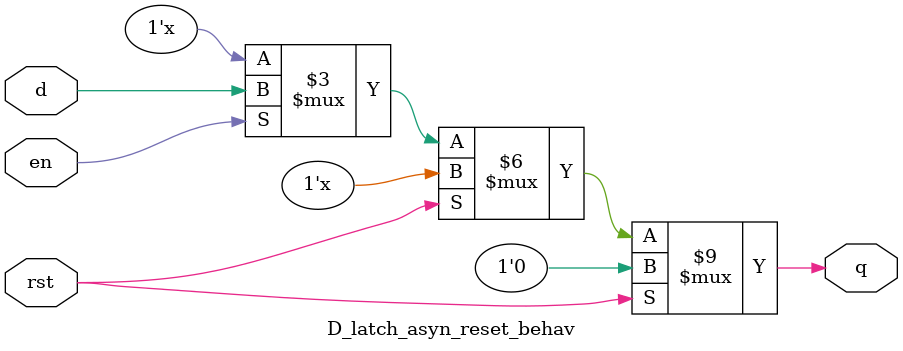
<source format=v>
`timescale 1ns / 1ps


module D_latch_asyn_reset_behav(
    input en,
    input rst,
    output reg q,
    input d
    );
    always@(en,rst,d)
    if(rst)
    q=1'b0;
    else if(en)
    q=d;
endmodule

</source>
